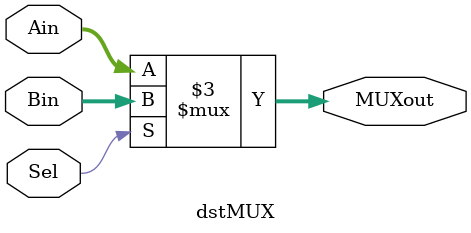
<source format=v>
`timescale 1ns / 1ps


module dstMUX (Ain, Bin, Sel, MUXout);
    input [4:0] Ain, Bin;
    input Sel;
    output reg [4:0] MUXout;
    always @(*)
    begin
    MUXout <= Ain;
    if (Sel == 1'b1)
        begin
        MUXout <= Bin;
        end
    end
endmodule

</source>
